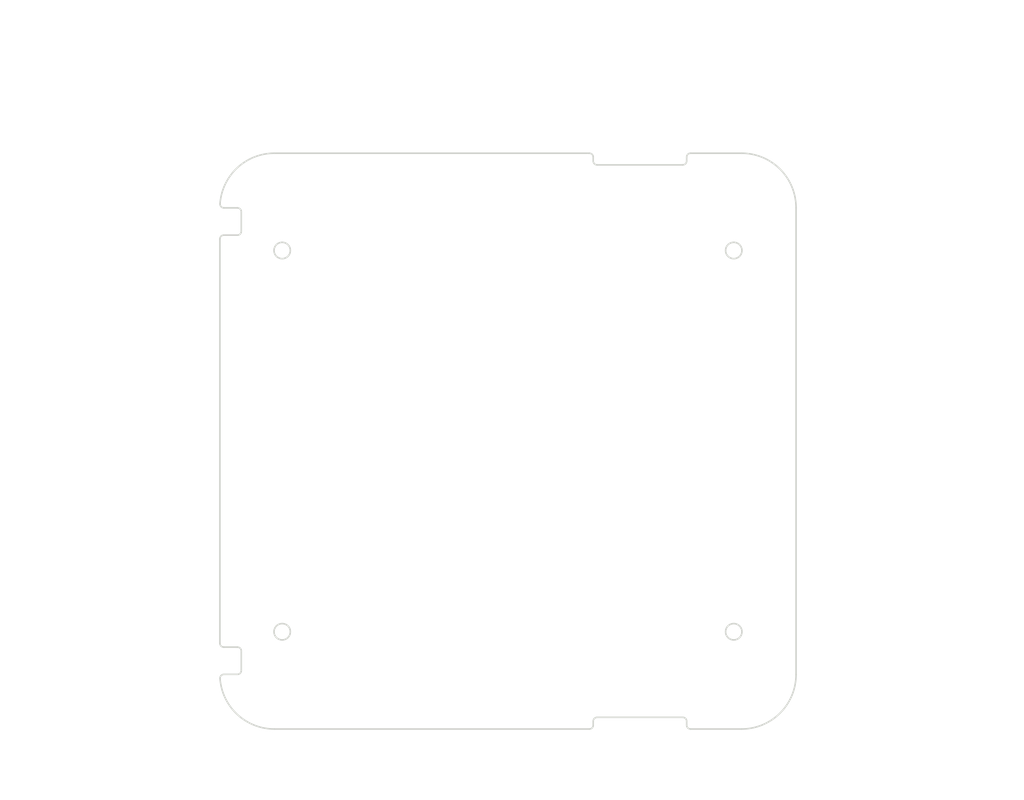
<source format=kicad_pcb>
(kicad_pcb (version 20221018) (generator pcbnew)

  (general
    (thickness 1.6)
  )

  (paper "A4")
  (layers
    (0 "F.Cu" signal)
    (31 "B.Cu" signal)
    (32 "B.Adhes" user "B.Adhesive")
    (33 "F.Adhes" user "F.Adhesive")
    (34 "B.Paste" user)
    (35 "F.Paste" user)
    (36 "B.SilkS" user "B.Silkscreen")
    (37 "F.SilkS" user "F.Silkscreen")
    (38 "B.Mask" user)
    (39 "F.Mask" user)
    (40 "Dwgs.User" user "User.Drawings")
    (41 "Cmts.User" user "User.Comments")
    (42 "Eco1.User" user "User.Eco1")
    (43 "Eco2.User" user "User.Eco2")
    (44 "Edge.Cuts" user)
    (45 "Margin" user)
    (46 "B.CrtYd" user "B.Courtyard")
    (47 "F.CrtYd" user "F.Courtyard")
    (48 "B.Fab" user)
    (49 "F.Fab" user)
  )

  (setup
    (pad_to_mask_clearance 0.051)
    (solder_mask_min_width 0.25)
    (pcbplotparams
      (layerselection 0x00010fc_ffffffff)
      (plot_on_all_layers_selection 0x0000000_00000000)
      (disableapertmacros false)
      (usegerberextensions false)
      (usegerberattributes false)
      (usegerberadvancedattributes false)
      (creategerberjobfile false)
      (dashed_line_dash_ratio 12.000000)
      (dashed_line_gap_ratio 3.000000)
      (svgprecision 4)
      (plotframeref false)
      (viasonmask false)
      (mode 1)
      (useauxorigin false)
      (hpglpennumber 1)
      (hpglpenspeed 20)
      (hpglpendiameter 15.000000)
      (dxfpolygonmode true)
      (dxfimperialunits true)
      (dxfusepcbnewfont true)
      (psnegative false)
      (psa4output false)
      (plotreference true)
      (plotvalue true)
      (plotinvisibletext false)
      (sketchpadsonfab false)
      (subtractmaskfromsilk false)
      (outputformat 1)
      (mirror false)
      (drillshape 1)
      (scaleselection 1)
      (outputdirectory "")
    )
  )

  (net 0 "")

  (gr_line (start 112.458012 77.457606) (end 112.458012 47.839966)
    (stroke (width 0.2) (type solid)) (layer "Dwgs.User") (tstamp 0ac52658-3d5f-4d31-a485-d8db7b4f2568))
  (gr_line (start 172.408012 141.932606) (end 172.408012 150.342738)
    (stroke (width 0.2) (type solid)) (layer "Dwgs.User") (tstamp 0ac714b8-bad6-4f2c-bc00-0ea52c057067))
  (gr_line (start 110.672624 122.56721) (end 117.901343 127.269493)
    (stroke (width 0.2) (type solid)) (layer "Dwgs.User") (tstamp 0e81b11a-cd63-40da-bb51-f727ae491dd2))
  (gr_line (start 114.458012 51.014966) (end 155.871517 51.014966)
    (stroke (width 0.2) (type solid)) (layer "Dwgs.User") (tstamp 143dae27-9da1-4bf7-98c6-202eae5da880))
  (gr_line (start 108.672624 122.56721) (end 110.672624 122.56721)
    (stroke (width 0.2) (type solid)) (layer "Dwgs.User") (tstamp 17b64c80-a50b-4c21-bc24-964f55ac8dc9))
  (gr_line (start 102.913559 72.457606) (end 102.913559 70.457606)
    (stroke (width 0.2) (type solid)) (layer "Dwgs.User") (tstamp 17f0b0de-7e7f-4b5c-a443-b19f147f5e42))
  (gr_line (start 110.458012 84.059696) (end 108.458012 84.059696)
    (stroke (width 0.2) (type solid)) (layer "Dwgs.User") (tstamp 2c69bfd4-14db-4e51-b497-d75598bf663b))
  (gr_line (start 111.958012 130.907606) (end 85.066085 130.907606)
    (stroke (width 0.2) (type solid)) (layer "Dwgs.User") (tstamp 2f1f3143-fa73-402c-bc0a-1676690fe5e5))
  (gr_line (start 88.241085 128.907606) (end 88.241085 114.015621)
    (stroke (width 0.2) (type solid)) (layer "Dwgs.User") (tstamp 3b8d38a3-85b4-44fb-b8b5-5d5fb607f422))
  (gr_line (start 184.458012 147.167738) (end 183.941435 147.167738)
    (stroke (width 0.2) (type solid)) (layer "Dwgs.User") (tstamp 3edc1091-5e24-4157-ad3a-410e501dab46))
  (gr_line (start 201.392162 70.932606) (end 201.392162 99.182347)
    (stroke (width 0.2) (type solid)) (layer "Dwgs.User") (tstamp 41d78830-aef1-4bb8-8867-68b337d1137b))
  (gr_line (start 179.458012 128.932606) (end 197.633012 128.932606)
    (stroke (width 0.2) (type solid)) (layer "Dwgs.User") (tstamp 431895b2-1b99-4f25-8e1e-64053eb9cab7))
  (gr_line (start 115.208012 78.457606) (end 115.208012 87.234696)
    (stroke (width 0.2) (type solid)) (layer "Dwgs.User") (tstamp 477d7927-d825-4867-b476-d0fd696b59c7))
  (gr_line (start 160.408012 141.932606) (end 160.408012 150.472205)
    (stroke (width 0.2) (type solid)) (layer "Dwgs.User") (tstamp 58792b11-86a2-45fb-b29c-0c77da63c4f7))
  (gr_line (start 118.458012 67.432606) (end 85.066085 67.432606)
    (stroke (width 0.2) (type solid)) (layer "Dwgs.User") (tstamp 5a15078f-58ed-42e7-8ecf-02927077c21f))
  (gr_line (start 186.458012 135.432606) (end 186.458012 150.342738)
    (stroke (width 0.2) (type solid)) (layer "Dwgs.User") (tstamp 5c164246-3d68-4457-9248-e423f449a209))
  (gr_line (start 120.458012 78.932606) (end 120.458012 58.418437)
    (stroke (width 0.2) (type solid)) (layer "Dwgs.User") (tstamp 5d26d87a-9f9e-4705-a572-c6a0ebec224d))
  (gr_line (start 122.458012 61.593437) (end 162.913401 61.593437)
    (stroke (width 0.2) (type solid)) (layer "Dwgs.User") (tstamp 5efebc61-df0e-488c-a0b0-f2f2328f94f6))
  (gr_line (start 170.408012 147.297205) (end 162.408012 147.297205)
    (stroke (width 0.2) (type solid)) (layer "Dwgs.User") (tstamp 6d818f5b-ecda-4032-92bd-25e2375ea2a6))
  (gr_line (start 172.908012 139.932606) (end 204.567162 139.932606)
    (stroke (width 0.2) (type solid)) (layer "Dwgs.User") (tstamp 6da0d288-f77e-498b-9bc2-11c37e60b133))
  (gr_line (start 103.090529 67.432606) (end 103.090529 61.666613)
    (stroke (width 0.2) (type solid)) (layer "Dwgs.User") (tstamp 8a3077e8-ffdd-4b14-abb2-b58289020d08))
  (gr_line (start 120.458012 129.022606) (end 120.458012 128.842606)
    (stroke (width 0.2) (type solid)) (layer "Dwgs.User") (tstamp 8e573a8a-1b89-4e53-978c-50b684220bad))
  (gr_line (start 174.408012 147.167738) (end 175.833659 147.167738)
    (stroke (width 0.2) (type solid)) (layer "Dwgs.User") (tstamp 9048cba0-b795-4902-876e-44ae4eadcde6))
  (gr_line (start 180.458012 67.432606) (end 214.884423 67.432606)
    (stroke (width 0.2) (type solid)) (layer "Dwgs.User") (tstamp 904d272d-6825-4811-9b80-6ad0a22a0b96))
  (gr_line (start 180.458012 141.432606) (end 214.884423 141.432606)
    (stroke (width 0.2) (type solid)) (layer "Dwgs.User") (tstamp 950b3e01-d4de-48f5-a647-3f80cd63b86b))
  (gr_line (start 186.458012 73.432606) (end 186.458012 47.839966)
    (stroke (width 0.2) (type solid)) (layer "Dwgs.User") (tstamp 9c62791d-4925-4fca-a4d4-97f2175eaf4e))
  (gr_line (start 178.458012 78.932606) (end 178.458012 58.418437)
    (stroke (width 0.2) (type solid)) (layer "Dwgs.User") (tstamp 9e5e2d8d-1c94-4c3d-8a67-172249e69115))
  (gr_line (start 211.709423 139.432606) (end 211.709423 94.83811)
    (stroke (width 0.2) (type solid)) (layer "Dwgs.User") (tstamp a11c2e04-7be6-4012-9e31-7f3635714b30))
  (gr_line (start 118.458012 67.432606) (end 99.915529 67.432606)
    (stroke (width 0.2) (type solid)) (layer "Dwgs.User") (tstamp ac7a3296-9cf2-46a0-a9e1-af8dd364d9f3))
  (gr_line (start 103.090529 61.666613) (end 105.090529 61.666613)
    (stroke (width 0.2) (type solid)) (layer "Dwgs.User") (tstamp aee547e6-bba5-4bf4-9f78-0fcb3bad0f3f))
  (gr_line (start 117.208012 84.059696) (end 119.208012 84.059696)
    (stroke (width 0.2) (type solid)) (layer "Dwgs.User") (tstamp b26438f5-0810-4621-bf0e-cc1213022cac))
  (gr_line (start 111.958012 77.957606) (end 99.738559 77.957606)
    (stroke (width 0.2) (type solid)) (layer "Dwgs.User") (tstamp b48da829-1829-4410-b4a4-459d34de9230))
  (gr_line (start 179.458012 79.932606) (end 197.633012 79.932606)
    (stroke (width 0.2) (type solid)) (layer "Dwgs.User") (tstamp b8f9153d-f4c6-40a3-9e36-980eb5513e88))
  (gr_line (start 111.975391 74.457606) (end 99.738559 74.457606)
    (stroke (width 0.2) (type solid)) (layer "Dwgs.User") (tstamp b90dd46e-0abc-4cca-95a2-fa707ee3b5db))
  (gr_line (start 109.239812 138.50549) (end 111.097666 137.764966)
    (stroke (width 0.2) (type solid)) (layer "Dwgs.User") (tstamp bd763907-f79b-4e97-b63e-68d3d3e5e792))
  (gr_line (start 102.913559 79.957606) (end 102.913559 85.727097)
    (stroke (width 0.2) (type solid)) (layer "Dwgs.User") (tstamp c1c2ef64-a608-4752-93b2-193c1e2ef8fa))
  (gr_line (start 88.241085 69.432606) (end 88.241085 106.899591)
    (stroke (width 0.2) (type solid)) (layer "Dwgs.User") (tstamp c244fa92-ccb3-480d-80d2-a5a981630226))
  (gr_line (start 211.709423 69.432606) (end 211.709423 87.723239)
    (stroke (width 0.2) (type solid)) (layer "Dwgs.User") (tstamp ca33799b-efe4-4bde-ab46-b3544485bc13))
  (gr_line (start 194.458012 126.932606) (end 194.458012 94.990041)
    (stroke (width 0.2) (type solid)) (layer "Dwgs.User") (tstamp cace6b83-8cb5-4876-8169-5c55f6e48b12))
  (gr_line (start 172.408012 141.932606) (end 172.408012 150.472205)
    (stroke (width 0.2) (type solid)) (layer "Dwgs.User") (tstamp d35c56d4-0cbd-40ad-93ac-86e8ccd40db0))
  (gr_line (start 160.408012 147.297205) (end 157.596926 147.297205)
    (stroke (width 0.2) (type solid)) (layer "Dwgs.User") (tstamp d98737a0-d9fa-4be3-a246-7bcf651c7b6d))
  (gr_line (start 103.090529 72.457606) (end 103.090529 69.432606)
    (stroke (width 0.2) (type solid)) (layer "Dwgs.User") (tstamp dae26b8b-6fd4-49d9-962a-2a76adff8367))
  (gr_line (start 102.913559 85.727097) (end 100.913559 85.727097)
    (stroke (width 0.2) (type solid)) (layer "Dwgs.User") (tstamp dcd4722f-6cca-4eb6-bd84-6d956cc81d71))
  (gr_line (start 120.368012 128.932606) (end 120.548012 128.932606)
    (stroke (width 0.2) (type solid)) (layer "Dwgs.User") (tstamp ddb38d72-9dd7-4b2e-81a9-09227a3c495c))
  (gr_line (start 176.458012 61.593437) (end 171.002623 61.593437)
    (stroke (width 0.2) (type solid)) (layer "Dwgs.User") (tstamp dfb897d4-cae3-46d1-a686-e7ac4b598804))
  (gr_line (start 184.458012 51.014966) (end 163.960739 51.014966)
    (stroke (width 0.2) (type solid)) (layer "Dwgs.User") (tstamp e32fc1c5-91c3-4130-a231-14739ee93626))
  (gr_line (start 194.458012 81.932606) (end 194.458012 87.875171)
    (stroke (width 0.2) (type solid)) (layer "Dwgs.User") (tstamp e70e6265-a71f-4d08-8203-1bfbf026c974))
  (gr_line (start 172.908012 68.932606) (end 204.567162 68.932606)
    (stroke (width 0.2) (type solid)) (layer "Dwgs.User") (tstamp e745d4c2-8c2d-4441-a1ee-39203df6ddd6))
  (gr_line (start 201.392162 137.932606) (end 201.392162 106.297218)
    (stroke (width 0.2) (type solid)) (layer "Dwgs.User") (tstamp e906c4af-6fd3-43c4-bf11-76ee500cfdd7))
  (gr_line (start 111.975391 74.457606) (end 99.915529 74.457606)
    (stroke (width 0.2) (type solid)) (layer "Dwgs.User") (tstamp ee83762e-4a32-4f17-98a0-e223e9f65967))
  (gr_line (start 107.239812 138.50549) (end 109.239812 138.50549)
    (stroke (width 0.2) (type solid)) (layer "Dwgs.User") (tstamp f0d7c701-bb70-4c26-9f86-06acfaaaf28d))
  (gr_line (start 179.458012 67.432606) (end 172.908012 67.432606)
    (stroke (width 0.2) (type solid)) (layer "Edge.Cuts") (tstamp 02026823-a132-4224-92d9-afb140960e88))
  (gr_line (start 114.708012 134.407606) (end 112.975391 134.407606)
    (stroke (width 0.2) (type solid)) (layer "Edge.Cuts") (tstamp 023a06e1-1699-45e3-8e7a-4e6d1ae9975d))
  (gr_arc (start 112.476728 134.944144) (mid 112.609147 134.567216) (end 112.975391 134.407606)
    (stroke (width 0.2) (type solid)) (layer "Edge.Cuts") (tstamp 126609de-8924-4760-b24f-ccb61d07e13d))
  (gr_arc (start 172.408012 68.432606) (mid 172.261565 68.786159) (end 171.908012 68.932606)
    (stroke (width 0.2) (type solid)) (layer "Edge.Cuts") (tstamp 14dfcc72-f2e1-43ab-bd2f-187bc1eb4773))
  (gr_arc (start 159.908012 67.432606) (mid 160.261565 67.579053) (end 160.408012 67.932606)
    (stroke (width 0.2) (type solid)) (layer "Edge.Cuts") (tstamp 18052080-9bba-42bd-90fd-7736dd28fb73))
  (gr_arc (start 112.458012 78.457606) (mid 112.604459 78.104053) (end 112.958012 77.957606)
    (stroke (width 0.2) (type solid)) (layer "Edge.Cuts") (tstamp 1e2f2ef9-adc2-4b42-b216-ca7a3d72ab1a))
  (gr_line (start 171.908012 68.932606) (end 160.908012 68.932606)
    (stroke (width 0.2) (type solid)) (layer "Edge.Cuts") (tstamp 21d66468-d328-41f9-8bf8-c64445b775ba))
  (gr_circle (center 178.458012 79.932606) (end 179.508012 79.932606)
    (stroke (width 0.2) (type solid)) (fill none) (layer "Edge.Cuts") (tstamp 2888d624-fa25-452b-8077-29d7fcc3c012))
  (gr_arc (start 112.476728 73.921068) (mid 114.692551 69.305191) (end 119.458012 67.432606)
    (stroke (width 0.2) (type solid)) (layer "Edge.Cuts") (tstamp 3ec98fc2-ee0e-4e95-a160-9a735b37f875))
  (gr_arc (start 160.408012 140.432606) (mid 160.554459 140.079053) (end 160.908012 139.932606)
    (stroke (width 0.2) (type solid)) (layer "Edge.Cuts") (tstamp 4f82e571-0a9f-4311-8237-ddeee9a3695a))
  (gr_line (start 115.208012 131.407606) (end 115.208012 133.907606)
    (stroke (width 0.2) (type solid)) (layer "Edge.Cuts") (tstamp 5cb21a8f-5e4e-44ab-a691-05a8686188b3))
  (gr_line (start 160.408012 140.932606) (end 160.408012 140.432606)
    (stroke (width 0.2) (type solid)) (layer "Edge.Cuts") (tstamp 5e58e9ab-11c4-4941-941f-a5dcf3852d69))
  (gr_circle (center 120.458012 128.932606) (end 121.508012 128.932606)
    (stroke (width 0.2) (type solid)) (fill none) (layer "Edge.Cuts") (tstamp 5ef94ec1-cb66-4734-a770-67cfc56cca74))
  (gr_line (start 112.458012 78.457606) (end 112.458012 130.407606)
    (stroke (width 0.2) (type solid)) (layer "Edge.Cuts") (tstamp 61e5c8ef-28b7-45ae-840c-c953cc3d6491))
  (gr_arc (start 114.708012 130.907606) (mid 115.061565 131.054053) (end 115.208012 131.407606)
    (stroke (width 0.2) (type solid)) (layer "Edge.Cuts") (tstamp 6777bae3-5611-4ae1-9c5b-541b7a020c1e))
  (gr_arc (start 112.958012 130.907606) (mid 112.604459 130.761159) (end 112.458012 130.407606)
    (stroke (width 0.2) (type solid)) (layer "Edge.Cuts") (tstamp 6864f022-ae3f-4b75-aaab-0fe2d66bbcf4))
  (gr_arc (start 115.208012 133.907606) (mid 115.061565 134.261159) (end 114.708012 134.407606)
    (stroke (width 0.2) (type solid)) (layer "Edge.Cuts") (tstamp 742c1819-0963-49e0-a681-704bbf7ce50d))
  (gr_line (start 114.708012 77.957606) (end 112.958012 77.957606)
    (stroke (width 0.2) (type solid)) (layer "Edge.Cuts") (tstamp 83bf507e-eaad-497c-b2fc-53a1c4bb22bf))
  (gr_line (start 159.908012 67.432606) (end 119.458012 67.432606)
    (stroke (width 0.2) (type solid)) (layer "Edge.Cuts") (tstamp 8978703f-c2c3-4bd9-bc94-aa23d91b6939))
  (gr_arc (start 172.908012 141.432606) (mid 172.554459 141.286159) (end 172.408012 140.932606)
    (stroke (width 0.2) (type solid)) (layer "Edge.Cuts") (tstamp 8d1924ea-8d3c-40ee-a168-95c6ccbf9adc))
  (gr_line (start 160.908012 139.932606) (end 171.908012 139.932606)
    (stroke (width 0.2) (type solid)) (layer "Edge.Cuts") (tstamp 8e660676-bac9-412b-981f-a85037352618))
  (gr_circle (center 178.458012 128.932606) (end 179.508012 128.932606)
    (stroke (width 0.2) (type solid)) (fill none) (layer "Edge.Cuts") (tstamp 8ef0740c-3f21-4d8d-894c-c36754e38405))
  (gr_line (start 172.908012 141.432606) (end 179.458012 141.432606)
    (stroke (width 0.2) (type solid)) (layer "Edge.Cuts") (tstamp 92109fd2-3522-4a60-bc89-3edd6ca32199))
  (gr_line (start 186.458012 134.432606) (end 186.458012 74.432606)
    (stroke (width 0.2) (type solid)) (layer "Edge.Cuts") (tstamp 935a4851-571f-46a2-af2d-6bde91cd7c1c))
  (gr_arc (start 160.908012 68.932606) (mid 160.554459 68.786159) (end 160.408012 68.432606)
    (stroke (width 0.2) (type solid)) (layer "Edge.Cuts") (tstamp 9636939e-0f2a-4bae-9655-92aed973f26e))
  (gr_line (start 112.958012 130.907606) (end 114.708012 130.907606)
    (stroke (width 0.2) (type solid)) (layer "Edge.Cuts") (tstamp 9e8af990-b478-4886-80e7-4c3947425c2a))
  (gr_arc (start 119.458013 141.432606) (mid 114.692552 139.560022) (end 112.476728 134.944145)
    (stroke (width 0.2) (type solid)) (layer "Edge.Cuts") (tstamp a80d03ad-edea-41b6-9017-2240440f3088))
  (gr_arc (start 115.208012 77.457606) (mid 115.061565 77.811159) (end 114.708012 77.957606)
    (stroke (width 0.2) (type solid)) (layer "Edge.Cuts") (tstamp ac8d010b-e7ec-4645-a0f5-2bff0dc5a313))
  (gr_line (start 172.408012 140.432606) (end 172.408012 140.932606)
    (stroke (width 0.2) (type solid)) (layer "Edge.Cuts") (tstamp b55f6dcc-ed26-43ed-b54e-be032465eaac))
  (gr_arc (start 160.408012 140.932606) (mid 160.261565 141.286159) (end 159.908012 141.432606)
    (stroke (width 0.2) (type solid)) (layer "Edge.Cuts") (tstamp be8e739b-a0d5-4ba9-ad08-d1edeb1c8152))
  (gr_line (start 115.208012 74.957606) (end 115.208012 77.457606)
    (stroke (width 0.2) (type solid)) (layer "Edge.Cuts") (tstamp c2c0ddfe-6926-42cc-ad72-6b9f14773144))
  (gr_arc (start 114.708012 74.457606) (mid 115.061565 74.604053) (end 115.208012 74.957606)
    (stroke (width 0.2) (type solid)) (layer "Edge.Cuts") (tstamp c479fa2a-4aff-49dc-b59f-e56f52cdcd84))
  (gr_arc (start 179.458012 67.432606) (mid 184.407759 69.482859) (end 186.458012 74.432606)
    (stroke (width 0.2) (type solid)) (layer "Edge.Cuts") (tstamp d4e3db49-a0ff-40fd-b537-4f18be793140))
  (gr_arc (start 172.408012 67.932606) (mid 172.554459 67.579053) (end 172.908012 67.432606)
    (stroke (width 0.2) (type solid)) (layer "Edge.Cuts") (tstamp d6c4c91e-d919-4239-a45c-24232dcf46ab))
  (gr_circle (center 120.458012 79.932606) (end 121.508012 79.932606)
    (stroke (width 0.2) (type solid)) (fill none) (layer "Edge.Cuts") (tstamp d8705cf5-024e-4ccb-a938-1bc58f45a5f9))
  (gr_line (start 160.408012 68.432606) (end 160.408012 67.932606)
    (stroke (width 0.2) (type solid)) (layer "Edge.Cuts") (tstamp d89c12cb-8e69-476b-8a37-7a9846b66846))
  (gr_line (start 112.975391 74.457606) (end 114.708012 74.457606)
    (stroke (width 0.2) (type solid)) (layer "Edge.Cuts") (tstamp dafe5f96-d0e3-41f3-8a11-c1374f548ffd))
  (gr_line (start 172.408012 67.932606) (end 172.408012 68.432606)
    (stroke (width 0.2) (type solid)) (layer "Edge.Cuts") (tstamp dbf18823-18c5-4dfd-a1d4-0fa4dec59beb))
  (gr_arc (start 112.975391 74.457606) (mid 112.609147 74.297996) (end 112.476728 73.921068)
    (stroke (width 0.2) (type solid)) (layer "Edge.Cuts") (tstamp e25e2149-8ce7-4235-befb-9351411aa15c))
  (gr_line (start 119.458012 141.432606) (end 159.908012 141.432606)
    (stroke (width 0.2) (type solid)) (layer "Edge.Cuts") (tstamp e2757778-a688-49ba-985c-34a2afa7848c))
  (gr_arc (start 171.908012 139.932606) (mid 172.261565 140.079053) (end 172.408012 140.432606)
    (stroke (width 0.2) (type solid)) (layer "Edge.Cuts") (tstamp f509c887-ae2e-4319-b421-e786319a6b0c))
  (gr_arc (start 186.458012 134.432606) (mid 184.407759 139.382353) (end 179.458012 141.432606)
    (stroke (width 0.2) (type solid)) (layer "Edge.Cuts") (tstamp fc26aa29-1dbb-4623-b69c-794e1b94cc4b))
  (gr_text "[.28]" (at 108.477636 63.556074) (layer "Dwgs.User") (tstamp 070c26b2-6417-44c3-a14b-9635e21ca661)
    (effects (font (size 1.7 1.53) (thickness 0.2125)))
  )
  (gr_text "[2.80]" (at 201.392162 104.629244) (layer "Dwgs.User") (tstamp 1d69b862-d0f3-4250-a6df-10352b534cc5)
    (effects (font (size 1.7 1.53) (thickness 0.2125)))
  )
  (gr_text " 49.00" (at 194.458012 89.764632) (layer "Dwgs.User") (tstamp 1f4e44ae-32d5-4989-8726-b8fab4119ad1)
    (effects (font (size 1.7 1.53) (thickness 0.2125)))
  )
  (gr_text "[2.91]" (at 159.916128 52.904427) (layer "Dwgs.User") (tstamp 25aba1f3-0565-434e-8cff-53d2db2530c2)
    (effects (font (size 1.7 1.53) (thickness 0.2125)))
  )
  (gr_text "[2.91]" (at 211.709423 93.170136) (layer "Dwgs.User") (tstamp 2687c87a-faa1-4976-a501-59efa120ee23)
    (effects (font (size 1.7 1.53) (thickness 0.2125)))
  )
  (gr_text " 3.50" (at 97.52935 84.058543) (layer "Dwgs.User") (tstamp 30874863-b794-4a24-8ab0-cc817df805f9)
    (effects (font (size 1.7 1.53) (thickness 0.2125)))
  )
  (gr_text "[2.50]" (at 88.241085 112.347067) (layer "Dwgs.User") (tstamp 448a6d5f-2462-4f3f-aca1-db2603572336)
    (effects (font (size 1.7 1.53) (thickness 0.2125)))
  )
  (gr_text "[.47]" (at 153.552314 149.183187) (layer "Dwgs.User") (tstamp 4db02f4e-3432-4dbb-86e4-b38958462ea2)
    (effects (font (size 1.7 1.53) (thickness 0.2125)))
  )
  (gr_text " 58.00" (at 166.958012 59.925463) (layer "Dwgs.User") (tstamp 6370b38c-e512-48b1-af24-ba8b7013a4a3)
    (effects (font (size 1.7 1.53) (thickness 0.2125)))
  )
  (gr_text " 74.00" (at 211.709423 89.612701) (layer "Dwgs.User") (tstamp 718b9f0f-7392-4195-8747-f8c93e802a92)
    (effects (font (size 1.7 1.53) (thickness 0.2125)))
  )
  (gr_text " 12.00" (at 153.552314 145.629231) (layer "Dwgs.User") (tstamp 72352e9b-caed-4769-a37c-887719872831)
    (effects (font (size 1.7 1.53) (thickness 0.2125)))
  )
  (gr_text " 7.03" (at 108.477636 59.998059) (layer "Dwgs.User") (tstamp 7ed9fb79-f1df-4da5-90cf-e31702f8155e)
    (effects (font (size 1.7 1.53) (thickness 0.2125)))
  )
  (gr_text " R7.00" (at 102.769041 136.837516) (layer "Dwgs.User") (tstamp 8a59a941-d24a-48bd-87c6-694a040655fa)
    (effects (font (size 1.7 1.53) (thickness 0.2125)))
  )
  (gr_text "[2.28]" (at 166.958012 63.482898) (layer "Dwgs.User") (tstamp 8aa56cc8-1485-4fb9-aab9-6d20c8511a83)
    (effects (font (size 1.7 1.53) (thickness 0.2125)))
  )
  (gr_text " 71.00" (at 201.392162 101.071808) (layer "Dwgs.User") (tstamp 929da178-de7e-449c-9068-fc0db7022d2e)
    (effects (font (size 1.7 1.53) (thickness 0.2125)))
  )
  (gr_text " 63.48" (at 88.241085 108.789052) (layer "Dwgs.User") (tstamp 99bcab45-9bb3-4231-b209-1301e926fe02)
    (effects (font (size 1.7 1.53) (thickness 0.2125)))
  )
  (gr_text "[.55]" (at 179.887547 149.05372) (layer "Dwgs.User") (tstamp 9b49e5d2-096d-4021-ab29-c122e9ea292c)
    (effects (font (size 1.7 1.53) (thickness 0.2125)))
  )
  (gr_text "[R0.28]" (at 102.769041 140.394951) (layer "Dwgs.User") (tstamp a7e5edf1-205c-447a-94f4-0c31391c36ab)
    (effects (font (size 1.7 1.53) (thickness 0.2125)))
  )
  (gr_text " 74.00" (at 159.916128 49.346992) (layer "Dwgs.User") (tstamp aa9a7d54-c561-457f-aba1-5dff2f2c5097)
    (effects (font (size 1.7 1.53) (thickness 0.2125)))
  )
  (gr_text "[.14]" (at 97.52935 87.616558) (layer "Dwgs.User") (tstamp bad4481e-5242-4cbd-88ce-2d9fdab45879)
    (effects (font (size 1.7 1.53) (thickness 0.2125)))
  )
  (gr_text " ∅2.10\n[∅0.08]" (at 104.135755 122.56721) (layer "Dwgs.User") (tstamp c7d55dda-c755-4880-af63-29eb7d3d7c98)
    (effects (font (size 1.7 1.53) (thickness 0.2125)))
  )
  (gr_text "[1.93]" (at 194.458012 93.322067) (layer "Dwgs.User") (tstamp eb22d726-8eff-4320-9926-90dfa5733983)
    (effects (font (size 1.7 1.53) (thickness 0.2125)))
  )
  (gr_text " 14.05" (at 179.887547 145.499764) (layer "Dwgs.User") (tstamp f2a763ad-c085-43a8-9916-ff7dbae5e4be)
    (effects (font (size 1.7 1.53) (thickness 0.2125)))
  )
  (gr_text " 2.75" (at 105.064526 82.391721) (layer "Dwgs.User") (tstamp f635f288-e158-4ab5-84a7-fbb8e5ef0069)
    (effects (font (size 1.7 1.53) (thickness 0.2125)))
  )
  (gr_text "[.11]" (at 105.064526 85.949157) (layer "Dwgs.User") (tstamp ffd488f7-c69c-4db4-b92b-b5a38deaf6c0)
    (effects (font (size 1.7 1.53) (thickness 0.2125)))
  )

)

</source>
